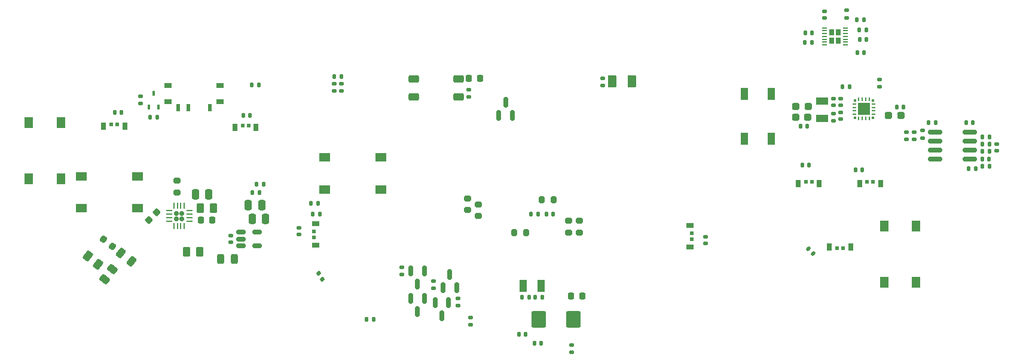
<source format=gbr>
%TF.GenerationSoftware,KiCad,Pcbnew,(6.0.5)*%
%TF.CreationDate,2023-09-09T17:34:35-07:00*%
%TF.ProjectId,Monkeys,4d6f6e6b-6579-4732-9e6b-696361645f70,3.5*%
%TF.SameCoordinates,Original*%
%TF.FileFunction,Paste,Top*%
%TF.FilePolarity,Positive*%
%FSLAX46Y46*%
G04 Gerber Fmt 4.6, Leading zero omitted, Abs format (unit mm)*
G04 Created by KiCad (PCBNEW (6.0.5)) date 2023-09-09 17:34:35*
%MOMM*%
%LPD*%
G01*
G04 APERTURE LIST*
G04 Aperture macros list*
%AMRoundRect*
0 Rectangle with rounded corners*
0 $1 Rounding radius*
0 $2 $3 $4 $5 $6 $7 $8 $9 X,Y pos of 4 corners*
0 Add a 4 corners polygon primitive as box body*
4,1,4,$2,$3,$4,$5,$6,$7,$8,$9,$2,$3,0*
0 Add four circle primitives for the rounded corners*
1,1,$1+$1,$2,$3*
1,1,$1+$1,$4,$5*
1,1,$1+$1,$6,$7*
1,1,$1+$1,$8,$9*
0 Add four rect primitives between the rounded corners*
20,1,$1+$1,$2,$3,$4,$5,0*
20,1,$1+$1,$4,$5,$6,$7,0*
20,1,$1+$1,$6,$7,$8,$9,0*
20,1,$1+$1,$8,$9,$2,$3,0*%
G04 Aperture macros list end*
%ADD10RoundRect,0.218750X0.330141X0.067252X-0.014614X0.336604X-0.330141X-0.067252X0.014614X-0.336604X0*%
%ADD11RoundRect,0.140000X-0.140000X-0.170000X0.140000X-0.170000X0.140000X0.170000X-0.140000X0.170000X0*%
%ADD12R,0.500000X0.500000*%
%ADD13R,0.700000X1.000000*%
%ADD14RoundRect,0.140000X-0.170000X0.140000X-0.170000X-0.140000X0.170000X-0.140000X0.170000X0.140000X0*%
%ADD15RoundRect,0.140000X0.140000X0.170000X-0.140000X0.170000X-0.140000X-0.170000X0.140000X-0.170000X0*%
%ADD16RoundRect,0.150000X0.150000X-0.587500X0.150000X0.587500X-0.150000X0.587500X-0.150000X-0.587500X0*%
%ADD17RoundRect,0.135000X-0.185000X0.135000X-0.185000X-0.135000X0.185000X-0.135000X0.185000X0.135000X0*%
%ADD18RoundRect,0.135000X-0.135000X-0.185000X0.135000X-0.185000X0.135000X0.185000X-0.135000X0.185000X0*%
%ADD19R,1.800000X1.000000*%
%ADD20RoundRect,0.250000X0.787500X0.925000X-0.787500X0.925000X-0.787500X-0.925000X0.787500X-0.925000X0*%
%ADD21RoundRect,0.250000X0.262500X0.450000X-0.262500X0.450000X-0.262500X-0.450000X0.262500X-0.450000X0*%
%ADD22RoundRect,0.225000X-0.225000X-0.250000X0.225000X-0.250000X0.225000X0.250000X-0.225000X0.250000X0*%
%ADD23R,0.340000X0.340000*%
%ADD24R,0.610000X0.280000*%
%ADD25R,0.280000X0.610000*%
%ADD26R,1.700000X1.700000*%
%ADD27RoundRect,0.140000X0.170000X-0.140000X0.170000X0.140000X-0.170000X0.140000X-0.170000X-0.140000X0*%
%ADD28RoundRect,0.140000X-0.219203X-0.021213X-0.021213X-0.219203X0.219203X0.021213X0.021213X0.219203X0*%
%ADD29RoundRect,0.275000X-0.475000X-0.275000X0.475000X-0.275000X0.475000X0.275000X-0.475000X0.275000X0*%
%ADD30R,0.600000X1.000000*%
%ADD31R,1.000000X0.700000*%
%ADD32RoundRect,0.135000X0.185000X-0.135000X0.185000X0.135000X-0.185000X0.135000X-0.185000X-0.135000X0*%
%ADD33RoundRect,0.160000X-0.160000X-0.160000X0.160000X-0.160000X0.160000X0.160000X-0.160000X0.160000X0*%
%ADD34RoundRect,0.062500X-0.375000X-0.062500X0.375000X-0.062500X0.375000X0.062500X-0.375000X0.062500X0*%
%ADD35RoundRect,0.062500X-0.062500X-0.375000X0.062500X-0.375000X0.062500X0.375000X-0.062500X0.375000X0*%
%ADD36RoundRect,0.250000X-0.250000X-0.475000X0.250000X-0.475000X0.250000X0.475000X-0.250000X0.475000X0*%
%ADD37RoundRect,0.135000X0.135000X0.185000X-0.135000X0.185000X-0.135000X-0.185000X0.135000X-0.185000X0*%
%ADD38RoundRect,0.225000X-0.017678X0.335876X-0.335876X0.017678X0.017678X-0.335876X0.335876X-0.017678X0*%
%ADD39RoundRect,0.200000X-0.275000X0.200000X-0.275000X-0.200000X0.275000X-0.200000X0.275000X0.200000X0*%
%ADD40RoundRect,0.140000X0.216559X-0.040029X0.080812X0.204864X-0.216559X0.040029X-0.080812X-0.204864X0*%
%ADD41RoundRect,0.150000X-0.512500X-0.150000X0.512500X-0.150000X0.512500X0.150000X-0.512500X0.150000X0*%
%ADD42RoundRect,0.147500X0.147500X0.172500X-0.147500X0.172500X-0.147500X-0.172500X0.147500X-0.172500X0*%
%ADD43R,0.450000X0.700000*%
%ADD44R,1.000000X1.700000*%
%ADD45RoundRect,0.237500X0.287500X0.237500X-0.287500X0.237500X-0.287500X-0.237500X0.287500X-0.237500X0*%
%ADD46RoundRect,0.200000X0.275000X-0.200000X0.275000X0.200000X-0.275000X0.200000X-0.275000X-0.200000X0*%
%ADD47R,1.550000X1.300000*%
%ADD48RoundRect,0.150000X-0.150000X0.587500X-0.150000X-0.587500X0.150000X-0.587500X0.150000X0.587500X0*%
%ADD49R,1.300000X1.550000*%
%ADD50R,0.700000X0.970000*%
%ADD51R,0.700000X0.250000*%
%ADD52R,1.000000X1.800000*%
%ADD53RoundRect,0.243750X0.243750X0.456250X-0.243750X0.456250X-0.243750X-0.456250X0.243750X-0.456250X0*%
%ADD54RoundRect,0.200000X-0.200000X-0.275000X0.200000X-0.275000X0.200000X0.275000X-0.200000X0.275000X0*%
%ADD55RoundRect,0.250000X-0.483900X-0.192994X-0.070195X-0.516216X0.483900X0.192994X0.070195X0.516216X0*%
%ADD56RoundRect,0.250000X-0.192994X0.483900X-0.516216X0.070195X0.192994X-0.483900X0.516216X-0.070195X0*%
%ADD57RoundRect,0.250000X-0.375000X-0.625000X0.375000X-0.625000X0.375000X0.625000X-0.375000X0.625000X0*%
%ADD58RoundRect,0.243750X0.472973X0.209462X0.088818X0.509597X-0.472973X-0.209462X-0.088818X-0.509597X0*%
%ADD59RoundRect,0.150000X-0.825000X-0.150000X0.825000X-0.150000X0.825000X0.150000X-0.825000X0.150000X0*%
G04 APERTURE END LIST*
D10*
%TO.C,D10*%
X93440558Y-87884833D03*
X92199442Y-86915167D03*
%TD*%
D11*
%TO.C,C43*%
X199282019Y-58640000D03*
X200242019Y-58640000D03*
%TD*%
D12*
%TO.C,D3*%
X111897011Y-70790000D03*
D13*
X110817011Y-71040000D03*
X113827011Y-71040000D03*
D12*
X112747011Y-70790000D03*
%TD*%
D14*
%TO.C,C22*%
X196600000Y-66940000D03*
X196600000Y-67900000D03*
%TD*%
D15*
%TO.C,C25*%
X130459000Y-98260000D03*
X129499000Y-98260000D03*
%TD*%
D16*
%TO.C,Q6*%
X148200000Y-69387500D03*
X150100000Y-69387500D03*
X149150000Y-67512500D03*
%TD*%
D17*
%TO.C,R21*%
X142380000Y-95270000D03*
X142380000Y-96290000D03*
%TD*%
D18*
%TO.C,R10*%
X152710000Y-83300000D03*
X153730000Y-83300000D03*
%TD*%
D19*
%TO.C,Y1*%
X193940000Y-67280000D03*
X193940000Y-69780000D03*
%TD*%
D15*
%TO.C,C44*%
X199892970Y-60492502D03*
X198932970Y-60492502D03*
%TD*%
D20*
%TO.C,C2*%
X158745000Y-98200000D03*
X153820000Y-98200000D03*
%TD*%
D21*
%TO.C,R5*%
X105820002Y-88660001D03*
X103995002Y-88660001D03*
%TD*%
D22*
%TO.C,C40*%
X143980000Y-64070000D03*
X145530000Y-64070000D03*
%TD*%
D23*
%TO.C,IC1*%
X201154000Y-69728000D03*
D24*
X201244000Y-69213000D03*
X201244000Y-68713000D03*
X201244000Y-68213000D03*
X201244000Y-67713000D03*
D23*
X201154000Y-67198000D03*
D25*
X200639000Y-67108000D03*
X200139000Y-67108000D03*
X199639000Y-67108000D03*
X199139000Y-67108000D03*
D23*
X198624000Y-67198000D03*
D24*
X198534000Y-67713000D03*
X198534000Y-68213000D03*
X198534000Y-68713000D03*
X198534000Y-69213000D03*
D23*
X198624000Y-69728000D03*
D25*
X199139000Y-69818000D03*
X199639000Y-69818000D03*
X200139000Y-69818000D03*
X200639000Y-69818000D03*
D26*
X199889000Y-68463000D03*
%TD*%
D11*
%TO.C,C15*%
X204570000Y-68140000D03*
X205530000Y-68140000D03*
%TD*%
D27*
%TO.C,C42*%
X194272972Y-55542503D03*
X194272972Y-54582503D03*
%TD*%
D21*
%TO.C,R2*%
X107745000Y-82500000D03*
X105920000Y-82500000D03*
%TD*%
D18*
%TO.C,R1*%
X121615000Y-81830000D03*
X122635000Y-81830000D03*
%TD*%
D11*
%TO.C,C18*%
X191155000Y-76350000D03*
X192115000Y-76350000D03*
%TD*%
D17*
%TO.C,R22*%
X134470000Y-90850000D03*
X134470000Y-91870000D03*
%TD*%
D28*
%TO.C,C19*%
X192000589Y-88260589D03*
X192679411Y-88939411D03*
%TD*%
D29*
%TO.C,U5*%
X136190000Y-64170000D03*
X136190000Y-66710000D03*
X142490000Y-66710000D03*
X142490000Y-64170000D03*
%TD*%
D30*
%TO.C,SW5*%
X107245000Y-68255000D03*
X104245000Y-68255000D03*
X102795000Y-68255000D03*
D31*
X108745000Y-65105000D03*
X101345000Y-67405000D03*
X101345000Y-65105000D03*
X108745000Y-67405000D03*
%TD*%
D32*
%TO.C,R30*%
X162870000Y-65100000D03*
X162870000Y-64080000D03*
%TD*%
D33*
%TO.C,U1*%
X102520000Y-84000000D03*
X103320000Y-83200000D03*
X103320000Y-84000000D03*
X102520000Y-83200000D03*
D34*
X101482500Y-82850000D03*
X101482500Y-83350000D03*
X101482500Y-83850000D03*
X101482500Y-84350000D03*
D35*
X102170000Y-85037500D03*
X102670000Y-85037500D03*
X103170000Y-85037500D03*
X103670000Y-85037500D03*
D34*
X104357500Y-84350000D03*
X104357500Y-83850000D03*
X104357500Y-83350000D03*
X104357500Y-82850000D03*
D35*
X103670000Y-82162500D03*
X103170000Y-82162500D03*
X102670000Y-82162500D03*
X102170000Y-82162500D03*
%TD*%
D36*
%TO.C,C29*%
X112720000Y-82020000D03*
X114620000Y-82020000D03*
%TD*%
D11*
%TO.C,C37*%
X151490000Y-95110000D03*
X152450000Y-95110000D03*
%TD*%
D37*
%TO.C,R40*%
X199942970Y-55842502D03*
X198922970Y-55842502D03*
%TD*%
D27*
%TO.C,C32*%
X144168000Y-98970000D03*
X144168000Y-98010000D03*
%TD*%
D38*
%TO.C,C34*%
X99728008Y-83061992D03*
X98631992Y-84158008D03*
%TD*%
D12*
%TO.C,D6*%
X191660000Y-78760000D03*
D13*
X190580000Y-79010000D03*
X193590000Y-79010000D03*
D12*
X192510000Y-78760000D03*
%TD*%
D39*
%TO.C,R28*%
X159620000Y-84285000D03*
X159620000Y-85935000D03*
%TD*%
D15*
%TO.C,C4*%
X94777011Y-68900000D03*
X93817011Y-68900000D03*
%TD*%
D12*
%TO.C,D5*%
X175480000Y-86050000D03*
D31*
X175230000Y-84970000D03*
X175230000Y-87980000D03*
D12*
X175480000Y-86900000D03*
%TD*%
D16*
%TO.C,Q3*%
X140320000Y-93777500D03*
X142220000Y-93777500D03*
X141270000Y-91902500D03*
%TD*%
D40*
%TO.C,C38*%
X123170982Y-92571987D03*
X122705564Y-91732353D03*
%TD*%
D11*
%TO.C,C1*%
X153260000Y-101600000D03*
X154220000Y-101600000D03*
%TD*%
D12*
%TO.C,D7*%
X196920000Y-88190000D03*
D13*
X198000000Y-87940000D03*
X194990000Y-87940000D03*
D12*
X196070000Y-88190000D03*
%TD*%
D27*
%TO.C,C12*%
X119909999Y-86224996D03*
X119909999Y-85264996D03*
%TD*%
D15*
%TO.C,C36*%
X154320000Y-95110000D03*
X153360000Y-95110000D03*
%TD*%
D14*
%TO.C,C41*%
X124900001Y-64879996D03*
X124900001Y-65839996D03*
%TD*%
D41*
%TO.C,U2*%
X111720000Y-85900000D03*
X111720000Y-86850000D03*
X111720000Y-87800000D03*
X113995000Y-87800000D03*
X113995000Y-85900000D03*
%TD*%
D27*
%TO.C,C24*%
X195620000Y-70090000D03*
X195620000Y-69130000D03*
%TD*%
D15*
%TO.C,C21*%
X197840000Y-65300000D03*
X196880000Y-65300000D03*
%TD*%
D11*
%TO.C,C20*%
X198690000Y-77040000D03*
X199650000Y-77040000D03*
%TD*%
D42*
%TO.C,D1*%
X155880000Y-83310000D03*
X154910000Y-83310000D03*
%TD*%
D15*
%TO.C,C46*%
X192502020Y-59000002D03*
X191542020Y-59000002D03*
%TD*%
%TO.C,C45*%
X192532019Y-57690000D03*
X191572019Y-57690000D03*
%TD*%
D11*
%TO.C,C26*%
X190910000Y-70860000D03*
X191870000Y-70860000D03*
%TD*%
D43*
%TO.C,Q1*%
X98675611Y-68199500D03*
X99975611Y-68199500D03*
X99325611Y-66199500D03*
%TD*%
D44*
%TO.C,SW6*%
X186810000Y-66320000D03*
X186810000Y-72620000D03*
X183010000Y-66320000D03*
X183010000Y-72620000D03*
%TD*%
D45*
%TO.C,L1*%
X205160000Y-69390001D03*
X203410000Y-69390001D03*
%TD*%
D46*
%TO.C,R9*%
X145299998Y-83590001D03*
X145299998Y-81940001D03*
%TD*%
D11*
%TO.C,C6*%
X112015000Y-69320000D03*
X112975000Y-69320000D03*
%TD*%
D14*
%TO.C,C39*%
X196580000Y-68900000D03*
X196580000Y-69860000D03*
%TD*%
D36*
%TO.C,C33*%
X105220000Y-80500000D03*
X107120000Y-80500000D03*
%TD*%
D47*
%TO.C,SW4*%
X123570000Y-75310000D03*
X131530000Y-75310000D03*
X131530000Y-79810000D03*
X123570000Y-79810000D03*
%TD*%
D48*
%TO.C,Q5*%
X137640000Y-91375000D03*
X135740000Y-91375000D03*
X136690000Y-93250000D03*
%TD*%
D12*
%TO.C,D2*%
X93307011Y-70630000D03*
D13*
X92227011Y-70880000D03*
X95237011Y-70880000D03*
D12*
X94157011Y-70630000D03*
%TD*%
D49*
%TO.C,SW3*%
X207270000Y-85050000D03*
X207270000Y-93010000D03*
X202770000Y-85050000D03*
X202770000Y-93010000D03*
%TD*%
D48*
%TO.C,Q4*%
X141100000Y-95842500D03*
X139200000Y-95842500D03*
X140150000Y-97717500D03*
%TD*%
D50*
%TO.C,U8*%
X195367969Y-57572500D03*
X196262969Y-58747500D03*
X195367969Y-58747500D03*
X196262969Y-57572500D03*
D51*
X194337969Y-56960000D03*
X194337969Y-57360000D03*
X194337969Y-57760000D03*
X194337969Y-58160000D03*
X194337969Y-58560000D03*
X194337969Y-58960000D03*
X194337969Y-59360000D03*
X197287969Y-59360000D03*
X197287969Y-58960000D03*
X197287969Y-58560000D03*
X197287969Y-58160000D03*
X197287969Y-57760000D03*
X197287969Y-57360000D03*
X197287969Y-56960000D03*
%TD*%
D17*
%TO.C,R39*%
X197422970Y-54492501D03*
X197422970Y-55512501D03*
%TD*%
D11*
%TO.C,C7*%
X214370000Y-70370000D03*
X215330000Y-70370000D03*
%TD*%
D37*
%TO.C,R14*%
X217690000Y-74420000D03*
X216670000Y-74420000D03*
%TD*%
D14*
%TO.C,C23*%
X195610000Y-66970000D03*
X195610000Y-67930000D03*
%TD*%
D52*
%TO.C,Y2*%
X151660000Y-93450000D03*
X154160000Y-93450000D03*
%TD*%
D14*
%TO.C,C3*%
X110210000Y-86370000D03*
X110210000Y-87330000D03*
%TD*%
D17*
%TO.C,R16*%
X207010000Y-71710000D03*
X207010000Y-72730000D03*
%TD*%
D47*
%TO.C,SW2*%
X89060000Y-77960000D03*
X97020000Y-77960000D03*
X89060000Y-82460000D03*
X97020000Y-82460000D03*
%TD*%
D22*
%TO.C,C27*%
X158440000Y-94880000D03*
X159990000Y-94880000D03*
%TD*%
D37*
%TO.C,R17*%
X217700000Y-73400000D03*
X216680000Y-73400000D03*
%TD*%
D11*
%TO.C,C5*%
X113920000Y-79100000D03*
X114880000Y-79100000D03*
%TD*%
D27*
%TO.C,C8*%
X218680000Y-74390000D03*
X218680000Y-73430000D03*
%TD*%
D53*
%TO.C,D12*%
X110707500Y-89640000D03*
X108832500Y-89640000D03*
%TD*%
D18*
%TO.C,R7*%
X121855000Y-83340000D03*
X122875000Y-83340000D03*
%TD*%
D48*
%TO.C,Q2*%
X137640000Y-95240000D03*
X135740000Y-95240000D03*
X136690000Y-97115000D03*
%TD*%
D11*
%TO.C,C31*%
X113315000Y-80300000D03*
X114275000Y-80300000D03*
%TD*%
D54*
%TO.C,R29*%
X150400000Y-85970000D03*
X152050000Y-85970000D03*
%TD*%
D17*
%TO.C,R19*%
X158470000Y-101890000D03*
X158470000Y-102910000D03*
%TD*%
%TO.C,R13*%
X97450000Y-66610000D03*
X97450000Y-67630000D03*
%TD*%
D45*
%TO.C,L3*%
X191960000Y-69620000D03*
X190210000Y-69620000D03*
%TD*%
D32*
%TO.C,R31*%
X143950000Y-66710000D03*
X143950000Y-65690000D03*
%TD*%
D54*
%TO.C,R26*%
X154290000Y-81280000D03*
X155940000Y-81280000D03*
%TD*%
D17*
%TO.C,R18*%
X208184000Y-71510000D03*
X208184000Y-72530000D03*
%TD*%
D27*
%TO.C,C17*%
X177450000Y-87470000D03*
X177450000Y-86510000D03*
%TD*%
D49*
%TO.C,SW1*%
X81660000Y-78310000D03*
X81660000Y-70350000D03*
X86160000Y-70350000D03*
X86160000Y-78310000D03*
%TD*%
D17*
%TO.C,R20*%
X138950000Y-92840000D03*
X138950000Y-93860000D03*
%TD*%
D36*
%TO.C,C30*%
X113270000Y-84000000D03*
X115170000Y-84000000D03*
%TD*%
D55*
%TO.C,R4*%
X89980940Y-89278209D03*
X91419060Y-90401791D03*
%TD*%
D56*
%TO.C,R6*%
X93481819Y-91083105D03*
X92358237Y-92521225D03*
%TD*%
D57*
%TO.C,D11*%
X164250000Y-64540000D03*
X167050000Y-64540000D03*
%TD*%
D58*
%TO.C,D9*%
X96158760Y-89977183D03*
X94681240Y-88822817D03*
%TD*%
D37*
%TO.C,R11*%
X217710000Y-72370000D03*
X216690000Y-72370000D03*
%TD*%
D12*
%TO.C,D8*%
X200360000Y-78790000D03*
D13*
X199280000Y-79040000D03*
X202290000Y-79040000D03*
D12*
X201210000Y-78790000D03*
%TD*%
D15*
%TO.C,C14*%
X217630000Y-75540000D03*
X216670000Y-75540000D03*
%TD*%
D59*
%TO.C,U4*%
X209960000Y-71745000D03*
X209960000Y-73015000D03*
X209960000Y-74285000D03*
X209960000Y-75555000D03*
X214910000Y-75555000D03*
X214910000Y-74285000D03*
X214910000Y-73015000D03*
X214910000Y-71745000D03*
%TD*%
D37*
%TO.C,R38*%
X200250000Y-57282502D03*
X199230000Y-57282502D03*
%TD*%
D12*
%TO.C,D4*%
X122010000Y-86610000D03*
D31*
X122260000Y-87690000D03*
X122260000Y-84680000D03*
D12*
X122010000Y-85760000D03*
%TD*%
D45*
%TO.C,L2*%
X191990000Y-68120000D03*
X190240000Y-68120000D03*
%TD*%
D37*
%TO.C,R23*%
X217660000Y-76530000D03*
X216640000Y-76530000D03*
%TD*%
D14*
%TO.C,C9*%
X205910000Y-71740000D03*
X205910000Y-72700000D03*
%TD*%
D37*
%TO.C,R15*%
X210070000Y-70370000D03*
X209050000Y-70370000D03*
%TD*%
%TO.C,R37*%
X114250000Y-65050000D03*
X113230000Y-65050000D03*
%TD*%
D22*
%TO.C,C35*%
X106045000Y-84200000D03*
X107595000Y-84200000D03*
%TD*%
D32*
%TO.C,R34*%
X125920004Y-65869999D03*
X125920004Y-64849999D03*
%TD*%
D37*
%TO.C,R33*%
X125920001Y-63879999D03*
X124900001Y-63879999D03*
%TD*%
D46*
%TO.C,R3*%
X102620000Y-80250000D03*
X102620000Y-78600000D03*
%TD*%
D17*
%TO.C,R36*%
X202110002Y-64280001D03*
X202110002Y-65300001D03*
%TD*%
D39*
%TO.C,R27*%
X158080000Y-84290000D03*
X158080000Y-85940000D03*
%TD*%
D11*
%TO.C,C28*%
X151040000Y-100300000D03*
X152000000Y-100300000D03*
%TD*%
D46*
%TO.C,R8*%
X143760002Y-82729999D03*
X143760002Y-81079999D03*
%TD*%
D37*
%TO.C,R24*%
X215730000Y-76890000D03*
X214710000Y-76890000D03*
%TD*%
%TO.C,R12*%
X99863011Y-69640200D03*
X98843011Y-69640200D03*
%TD*%
M02*

</source>
